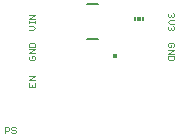
<source format=gto>
G75*
%MOIN*%
%OFA0B0*%
%FSLAX25Y25*%
%IPPOS*%
%LPD*%
%AMOC8*
5,1,8,0,0,1.08239X$1,22.5*
%
%ADD10C,0.00400*%
%ADD11R,0.00591X0.01181*%
%ADD12R,0.01181X0.01181*%
%ADD13R,0.01575X0.01575*%
%ADD14C,0.00500*%
D10*
X0012647Y0004967D02*
X0012647Y0006968D01*
X0013648Y0006968D01*
X0013981Y0006635D01*
X0013981Y0005968D01*
X0013648Y0005634D01*
X0012647Y0005634D01*
X0014857Y0005300D02*
X0015190Y0004967D01*
X0015858Y0004967D01*
X0016191Y0005300D01*
X0016191Y0005634D01*
X0015858Y0005968D01*
X0015190Y0005968D01*
X0014857Y0006301D01*
X0014857Y0006635D01*
X0015190Y0006968D01*
X0015858Y0006968D01*
X0016191Y0006635D01*
X0020665Y0020367D02*
X0022667Y0020367D01*
X0022667Y0021701D01*
X0022667Y0022577D02*
X0020665Y0022577D01*
X0022667Y0023911D01*
X0020665Y0023911D01*
X0020665Y0021701D02*
X0020665Y0020367D01*
X0021666Y0020367D02*
X0021666Y0021034D01*
X0020999Y0029367D02*
X0022333Y0029367D01*
X0022667Y0029700D01*
X0022667Y0030368D01*
X0022333Y0030701D01*
X0021666Y0030701D01*
X0021666Y0030034D01*
X0020999Y0030701D02*
X0020665Y0030368D01*
X0020665Y0029700D01*
X0020999Y0029367D01*
X0020665Y0031577D02*
X0022667Y0032911D01*
X0020665Y0032911D01*
X0020665Y0033786D02*
X0020665Y0034787D01*
X0020999Y0035121D01*
X0022333Y0035121D01*
X0022667Y0034787D01*
X0022667Y0033786D01*
X0020665Y0033786D01*
X0020665Y0031577D02*
X0022667Y0031577D01*
X0021999Y0039367D02*
X0020665Y0039367D01*
X0021999Y0039367D02*
X0022667Y0040034D01*
X0021999Y0040701D01*
X0020665Y0040701D01*
X0020665Y0041577D02*
X0020665Y0042244D01*
X0020665Y0041910D02*
X0022667Y0041910D01*
X0022667Y0041577D02*
X0022667Y0042244D01*
X0022667Y0043050D02*
X0020665Y0043050D01*
X0022667Y0044384D01*
X0020665Y0044384D01*
X0067067Y0044633D02*
X0067067Y0043966D01*
X0067400Y0043632D01*
X0067734Y0043632D01*
X0068068Y0043966D01*
X0068068Y0044299D01*
X0068068Y0043966D02*
X0068401Y0043632D01*
X0068735Y0043632D01*
X0069068Y0043966D01*
X0069068Y0044633D01*
X0068735Y0044967D01*
X0067400Y0044967D02*
X0067067Y0044633D01*
X0067734Y0042757D02*
X0067067Y0042090D01*
X0067734Y0041422D01*
X0069068Y0041422D01*
X0068735Y0040547D02*
X0069068Y0040213D01*
X0069068Y0039546D01*
X0068735Y0039212D01*
X0068401Y0039212D01*
X0068068Y0039546D01*
X0067734Y0039212D01*
X0067400Y0039212D01*
X0067067Y0039546D01*
X0067067Y0040213D01*
X0067400Y0040547D01*
X0068068Y0039880D02*
X0068068Y0039546D01*
X0067734Y0042757D02*
X0069068Y0042757D01*
X0068735Y0034967D02*
X0067400Y0034967D01*
X0067067Y0034633D01*
X0067067Y0033966D01*
X0067400Y0033632D01*
X0068068Y0033632D01*
X0068068Y0034299D01*
X0068735Y0033632D02*
X0069068Y0033966D01*
X0069068Y0034633D01*
X0068735Y0034967D01*
X0069068Y0032757D02*
X0067067Y0032757D01*
X0067067Y0031422D02*
X0069068Y0031422D01*
X0069068Y0030547D02*
X0069068Y0029546D01*
X0068735Y0029212D01*
X0067400Y0029212D01*
X0067067Y0029546D01*
X0067067Y0030547D01*
X0069068Y0030547D01*
X0067067Y0031422D02*
X0069068Y0032757D01*
D11*
X0058843Y0043076D03*
X0055890Y0043076D03*
D12*
X0057367Y0043076D03*
D13*
X0049347Y0030678D03*
D14*
X0043772Y0036261D02*
X0039961Y0036261D01*
X0039961Y0048072D02*
X0043772Y0048072D01*
M02*

</source>
